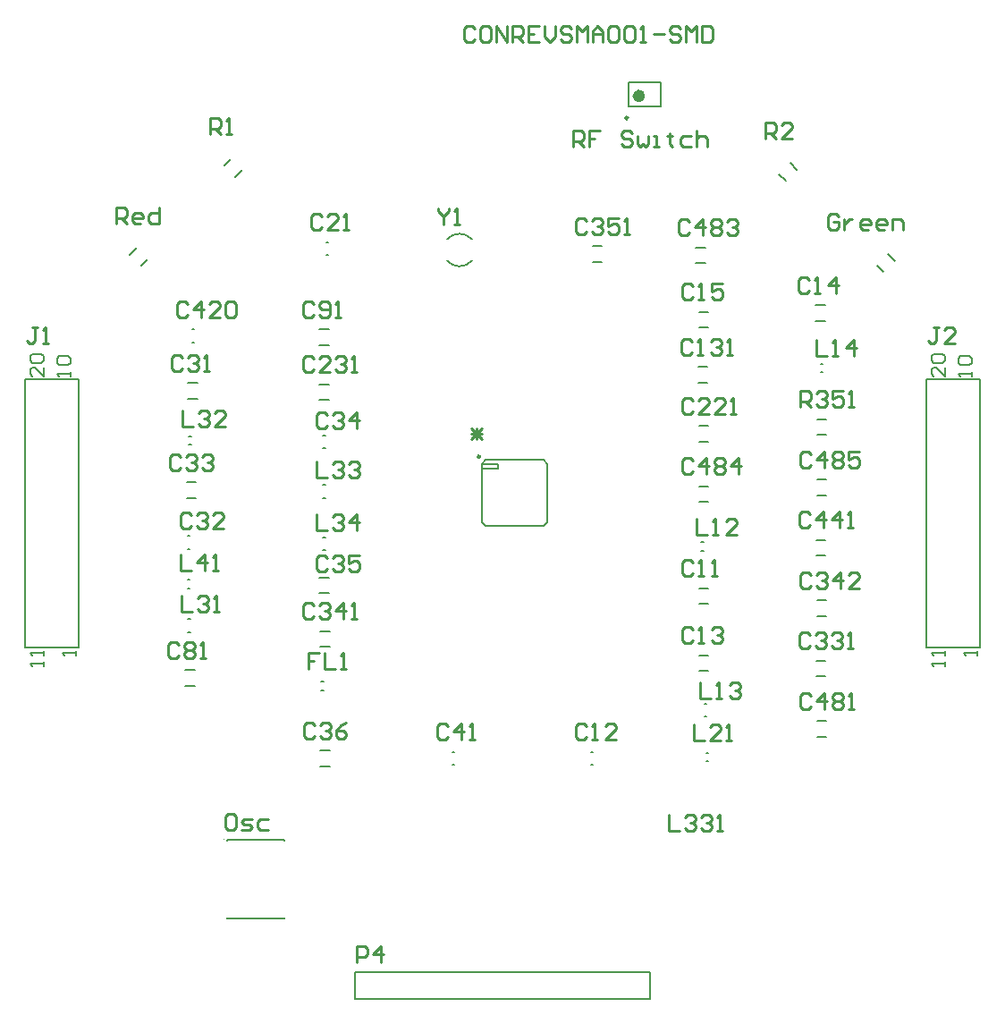
<source format=gto>
G04*
G04 #@! TF.GenerationSoftware,Altium Limited,Altium Designer,18.1.9 (240)*
G04*
G04 Layer_Color=65535*
%FSLAX24Y24*%
%MOIN*%
G70*
G01*
G75*
%ADD10C,0.0098*%
%ADD11C,0.0236*%
%ADD12C,0.0039*%
%ADD13C,0.0079*%
%ADD14C,0.0080*%
%ADD15C,0.0100*%
D10*
X23930Y33674D02*
G03*
X23930Y33674I-49J0D01*
G01*
X18411Y21046D02*
G03*
X18411Y21046I-49J0D01*
G01*
D11*
X24452Y34491D02*
G03*
X24452Y34491I-118J0D01*
G01*
D12*
X8861Y6776D02*
G03*
X8861Y6776I-20J0D01*
G01*
D13*
X18105Y29152D02*
G03*
X17182Y29146I-459J-402D01*
G01*
X17186Y28354D02*
G03*
X18109Y28348I464J396D01*
G01*
X33622Y28596D02*
X33873Y28345D01*
X33204Y28178D02*
X33455Y27927D01*
X29972Y31996D02*
X30223Y31745D01*
X29554Y31578D02*
X29805Y31327D01*
X9295Y31477D02*
X9546Y31728D01*
X8877Y31895D02*
X9128Y32146D01*
X5354Y28572D02*
X5605Y28823D01*
X5772Y28154D02*
X6023Y28405D01*
X26661Y17539D02*
X26739D01*
X26661Y17861D02*
X26739D01*
X12423Y15955D02*
X12777D01*
X12423Y16545D02*
X12777D01*
X12561Y17554D02*
X12639D01*
X12561Y18046D02*
X12639D01*
X12561Y19504D02*
X12639D01*
X12561Y19996D02*
X12639D01*
X12561Y21354D02*
X12639D01*
X12561Y21846D02*
X12639D01*
X12687Y28554D02*
X12765D01*
X12687Y29046D02*
X12765D01*
X22537Y9554D02*
X22615D01*
X22537Y10046D02*
X22615D01*
X26787Y11354D02*
X26865D01*
X26787Y11846D02*
X26865D01*
X26842Y9689D02*
X26920D01*
X26842Y10011D02*
X26920D01*
X31111Y24511D02*
X31189D01*
X31111Y24189D02*
X31189D01*
X12492Y12339D02*
X12570D01*
X12492Y12661D02*
X12570D01*
X7534Y14996D02*
X7613D01*
X7534Y14504D02*
X7613D01*
X17385Y9554D02*
X17463D01*
X17385Y10046D02*
X17463D01*
X7511Y18096D02*
X7589D01*
X7511Y17604D02*
X7589D01*
X7511Y16461D02*
X7589D01*
X7511Y16139D02*
X7589D01*
X7561Y21489D02*
X7639D01*
X7561Y21811D02*
X7639D01*
X23940Y34097D02*
X25160D01*
X23940Y35003D02*
X25160D01*
X23940Y34097D02*
Y35003D01*
X25160Y34097D02*
Y35003D01*
X30973Y22445D02*
X31327D01*
X30973Y21855D02*
X31327D01*
X8998Y3824D02*
X11124D01*
X8998Y6776D02*
X11124D01*
Y3824D02*
Y3867D01*
Y6733D02*
Y6776D01*
X8998Y3824D02*
Y3867D01*
Y6733D02*
Y6776D01*
X30973Y20195D02*
X31327D01*
X30973Y19605D02*
X31327D01*
X26573Y19945D02*
X26927D01*
X26573Y19355D02*
X26927D01*
X26453Y28845D02*
X26807D01*
X26453Y28255D02*
X26807D01*
X30973Y11195D02*
X31327D01*
X30973Y10605D02*
X31327D01*
X30973Y15695D02*
X31327D01*
X30973Y15105D02*
X31327D01*
X12453Y14545D02*
X12807D01*
X12453Y13955D02*
X12807D01*
X26573Y22195D02*
X26927D01*
X26573Y21605D02*
X26927D01*
X7423Y13095D02*
X7777D01*
X7423Y12505D02*
X7777D01*
X12453Y9505D02*
X12807D01*
X12453Y10095D02*
X12807D01*
X7473Y20095D02*
X7827D01*
X7473Y19505D02*
X7827D01*
X7523Y23205D02*
X7877D01*
X7523Y23795D02*
X7877D01*
X26573Y25855D02*
X26927D01*
X26573Y26445D02*
X26927D01*
X30923Y26695D02*
X31277D01*
X30923Y26105D02*
X31277D01*
X26573Y13055D02*
X26927D01*
X26573Y13645D02*
X26927D01*
X26573Y15555D02*
X26927D01*
X26573Y16145D02*
X26927D01*
X18480Y20586D02*
X19070D01*
Y20783D01*
X18480D02*
X19070D01*
X20783Y18480D02*
X20920Y18617D01*
X18480D02*
X18617Y18480D01*
X20783Y20920D02*
X20920Y20783D01*
X18480D02*
X18617Y20920D01*
Y18480D02*
X20783D01*
X18617Y20920D02*
X20783D01*
X20920Y18617D02*
Y20783D01*
X18480Y18617D02*
Y20783D01*
X7685Y25304D02*
X7763D01*
X7685Y25796D02*
X7763D01*
X12426Y25205D02*
X12781D01*
X12426Y25795D02*
X12781D01*
X26543Y23805D02*
X26897D01*
X26543Y24395D02*
X26897D01*
X12426Y23155D02*
X12781D01*
X12426Y23745D02*
X12781D01*
X30943Y12855D02*
X31297D01*
X30943Y13445D02*
X31297D01*
X22603Y28305D02*
X22957D01*
X22603Y28895D02*
X22957D01*
X30943Y17355D02*
X31297D01*
X30943Y17945D02*
X31297D01*
X13750Y850D02*
X24000D01*
X24750D01*
Y1850D01*
X13750D02*
X24750D01*
X13750Y850D02*
Y1850D01*
X35050Y13950D02*
Y23950D01*
Y13950D02*
X37050D01*
Y23950D01*
X35050D02*
X37050D01*
X1450Y13950D02*
Y23950D01*
Y13950D02*
X3450D01*
Y23950D01*
X1450D02*
X3450D01*
D14*
X35750Y24383D02*
Y24050D01*
X35417Y24383D01*
X35333D01*
X35250Y24300D01*
Y24133D01*
X35333Y24050D01*
Y24550D02*
X35250Y24633D01*
Y24800D01*
X35333Y24883D01*
X35667D01*
X35750Y24800D01*
Y24633D01*
X35667Y24550D01*
X35333D01*
X36750Y24050D02*
Y24217D01*
Y24133D01*
X36250D01*
X36333Y24050D01*
Y24467D02*
X36250Y24550D01*
Y24716D01*
X36333Y24800D01*
X36667D01*
X36750Y24716D01*
Y24550D01*
X36667Y24467D01*
X36333D01*
X35750Y13650D02*
Y13817D01*
Y13733D01*
X35250D01*
X35333Y13650D01*
X35750Y13250D02*
Y13417D01*
Y13333D01*
X35250D01*
X35333Y13250D01*
X36950Y13650D02*
Y13817D01*
Y13733D01*
X36450D01*
X36533Y13650D01*
X2150Y24383D02*
Y24050D01*
X1817Y24383D01*
X1733D01*
X1650Y24300D01*
Y24133D01*
X1733Y24050D01*
Y24550D02*
X1650Y24633D01*
Y24800D01*
X1733Y24883D01*
X2067D01*
X2150Y24800D01*
Y24633D01*
X2067Y24550D01*
X1733D01*
X3150Y24050D02*
Y24217D01*
Y24133D01*
X2650D01*
X2733Y24050D01*
Y24467D02*
X2650Y24550D01*
Y24716D01*
X2733Y24800D01*
X3067D01*
X3150Y24716D01*
Y24550D01*
X3067Y24467D01*
X2733D01*
X2150Y13650D02*
Y13817D01*
Y13733D01*
X1650D01*
X1733Y13650D01*
X2150Y13250D02*
Y13417D01*
Y13333D01*
X1650D01*
X1733Y13250D01*
X3350Y13650D02*
Y13817D01*
Y13733D01*
X2850D01*
X2933Y13650D01*
D15*
X4850Y29726D02*
Y30326D01*
X5150D01*
X5250Y30226D01*
Y30026D01*
X5150Y29926D01*
X4850D01*
X5050D02*
X5250Y29726D01*
X5750D02*
X5550D01*
X5450Y29826D01*
Y30026D01*
X5550Y30126D01*
X5750D01*
X5850Y30026D01*
Y29926D01*
X5450D01*
X6449Y30326D02*
Y29726D01*
X6150D01*
X6050Y29826D01*
Y30026D01*
X6150Y30126D01*
X6449D01*
X29050Y32900D02*
Y33500D01*
X29350D01*
X29450Y33400D01*
Y33200D01*
X29350Y33100D01*
X29050D01*
X29250D02*
X29450Y32900D01*
X30050D02*
X29650D01*
X30050Y33300D01*
Y33400D01*
X29950Y33500D01*
X29750D01*
X29650Y33400D01*
X8366Y33053D02*
Y33652D01*
X8666D01*
X8766Y33552D01*
Y33352D01*
X8666Y33252D01*
X8366D01*
X8566D02*
X8766Y33053D01*
X8966D02*
X9166D01*
X9066D01*
Y33652D01*
X8966Y33552D01*
X31800Y30000D02*
X31700Y30100D01*
X31500D01*
X31400Y30000D01*
Y29600D01*
X31500Y29500D01*
X31700D01*
X31800Y29600D01*
Y29800D01*
X31600D01*
X32000Y29900D02*
Y29500D01*
Y29700D01*
X32100Y29800D01*
X32200Y29900D01*
X32300D01*
X32900Y29500D02*
X32700D01*
X32600Y29600D01*
Y29800D01*
X32700Y29900D01*
X32900D01*
X32999Y29800D01*
Y29700D01*
X32600D01*
X33499Y29500D02*
X33299D01*
X33199Y29600D01*
Y29800D01*
X33299Y29900D01*
X33499D01*
X33599Y29800D01*
Y29700D01*
X33199D01*
X33799Y29500D02*
Y29900D01*
X34099D01*
X34199Y29800D01*
Y29500D01*
X16848Y30300D02*
Y30200D01*
X17048Y30000D01*
X17248Y30200D01*
Y30300D01*
X17048Y30000D02*
Y29700D01*
X17447D02*
X17647D01*
X17547D01*
Y30300D01*
X17447Y30200D01*
X21900Y32600D02*
Y33200D01*
X22200D01*
X22300Y33100D01*
Y32900D01*
X22200Y32800D01*
X21900D01*
X22100D02*
X22300Y32600D01*
X22900Y33200D02*
X22500D01*
Y32900D01*
X22700D01*
X22500D01*
Y32600D01*
X24099Y33100D02*
X23999Y33200D01*
X23799D01*
X23699Y33100D01*
Y33000D01*
X23799Y32900D01*
X23999D01*
X24099Y32800D01*
Y32700D01*
X23999Y32600D01*
X23799D01*
X23699Y32700D01*
X24299Y33000D02*
Y32700D01*
X24399Y32600D01*
X24499Y32700D01*
X24599Y32600D01*
X24699Y32700D01*
Y33000D01*
X24899Y32600D02*
X25099D01*
X24999D01*
Y33000D01*
X24899D01*
X25499Y33100D02*
Y33000D01*
X25399D01*
X25599D01*
X25499D01*
Y32700D01*
X25599Y32600D01*
X26299Y33000D02*
X25999D01*
X25899Y32900D01*
Y32700D01*
X25999Y32600D01*
X26299D01*
X26499Y33200D02*
Y32600D01*
Y32900D01*
X26598Y33000D01*
X26798D01*
X26898Y32900D01*
Y32600D01*
X30350Y22890D02*
Y23490D01*
X30650D01*
X30750Y23390D01*
Y23190D01*
X30650Y23090D01*
X30350D01*
X30550D02*
X30750Y22890D01*
X30950Y23390D02*
X31050Y23490D01*
X31250D01*
X31350Y23390D01*
Y23290D01*
X31250Y23190D01*
X31150D01*
X31250D01*
X31350Y23090D01*
Y22990D01*
X31250Y22890D01*
X31050D01*
X30950Y22990D01*
X31949Y23490D02*
X31550D01*
Y23190D01*
X31750Y23290D01*
X31850D01*
X31949Y23190D01*
Y22990D01*
X31850Y22890D01*
X31650D01*
X31550Y22990D01*
X32149Y22890D02*
X32349D01*
X32249D01*
Y23490D01*
X32149Y23390D01*
X13810Y2190D02*
Y2790D01*
X14110D01*
X14210Y2690D01*
Y2490D01*
X14110Y2390D01*
X13810D01*
X14710Y2190D02*
Y2790D01*
X14410Y2490D01*
X14810D01*
X9206Y7725D02*
X9006D01*
X8906Y7625D01*
Y7225D01*
X9006Y7125D01*
X9206D01*
X9306Y7225D01*
Y7625D01*
X9206Y7725D01*
X9506Y7125D02*
X9806D01*
X9906Y7225D01*
X9806Y7325D01*
X9606D01*
X9506Y7425D01*
X9606Y7525D01*
X9906D01*
X10506D02*
X10206D01*
X10106Y7425D01*
Y7225D01*
X10206Y7125D01*
X10506D01*
X25450Y7700D02*
Y7100D01*
X25850D01*
X26050Y7600D02*
X26150Y7700D01*
X26350D01*
X26450Y7600D01*
Y7500D01*
X26350Y7400D01*
X26250D01*
X26350D01*
X26450Y7300D01*
Y7200D01*
X26350Y7100D01*
X26150D01*
X26050Y7200D01*
X26650Y7600D02*
X26750Y7700D01*
X26950D01*
X27049Y7600D01*
Y7500D01*
X26950Y7400D01*
X26850D01*
X26950D01*
X27049Y7300D01*
Y7200D01*
X26950Y7100D01*
X26750D01*
X26650Y7200D01*
X27249Y7100D02*
X27449D01*
X27349D01*
Y7700D01*
X27249Y7600D01*
X7267Y17410D02*
Y16810D01*
X7667D01*
X8166D02*
Y17410D01*
X7867Y17110D01*
X8266D01*
X8466Y16810D02*
X8666D01*
X8566D01*
Y17410D01*
X8466Y17310D01*
X12313Y18910D02*
Y18310D01*
X12713D01*
X12913Y18810D02*
X13013Y18910D01*
X13213D01*
X13313Y18810D01*
Y18710D01*
X13213Y18610D01*
X13113D01*
X13213D01*
X13313Y18510D01*
Y18410D01*
X13213Y18310D01*
X13013D01*
X12913Y18410D01*
X13813Y18310D02*
Y18910D01*
X13513Y18610D01*
X13913D01*
X12320Y20860D02*
Y20260D01*
X12720D01*
X12920Y20760D02*
X13020Y20860D01*
X13220D01*
X13320Y20760D01*
Y20660D01*
X13220Y20560D01*
X13120D01*
X13220D01*
X13320Y20460D01*
Y20360D01*
X13220Y20260D01*
X13020D01*
X12920Y20360D01*
X13520Y20760D02*
X13620Y20860D01*
X13820D01*
X13919Y20760D01*
Y20660D01*
X13820Y20560D01*
X13720D01*
X13820D01*
X13919Y20460D01*
Y20360D01*
X13820Y20260D01*
X13620D01*
X13520Y20360D01*
X7317Y22760D02*
Y22160D01*
X7717D01*
X7917Y22660D02*
X8017Y22760D01*
X8216D01*
X8316Y22660D01*
Y22560D01*
X8216Y22460D01*
X8117D01*
X8216D01*
X8316Y22360D01*
Y22260D01*
X8216Y22160D01*
X8017D01*
X7917Y22260D01*
X8916Y22160D02*
X8516D01*
X8916Y22560D01*
Y22660D01*
X8816Y22760D01*
X8616D01*
X8516Y22660D01*
X7290Y15860D02*
Y15260D01*
X7690D01*
X7890Y15760D02*
X7990Y15860D01*
X8190D01*
X8290Y15760D01*
Y15660D01*
X8190Y15560D01*
X8090D01*
X8190D01*
X8290Y15460D01*
Y15360D01*
X8190Y15260D01*
X7990D01*
X7890Y15360D01*
X8490Y15260D02*
X8690D01*
X8590D01*
Y15860D01*
X8490Y15760D01*
X26380Y11070D02*
Y10470D01*
X26780D01*
X27380D02*
X26980D01*
X27380Y10870D01*
Y10970D01*
X27280Y11070D01*
X27080D01*
X26980Y10970D01*
X27580Y10470D02*
X27780D01*
X27680D01*
Y11070D01*
X27580Y10970D01*
X30942Y25400D02*
Y24800D01*
X31342D01*
X31542D02*
X31742D01*
X31642D01*
Y25400D01*
X31542Y25300D01*
X32341Y24800D02*
Y25400D01*
X32042Y25100D01*
X32441D01*
X26618Y12650D02*
Y12050D01*
X27018D01*
X27218D02*
X27418D01*
X27318D01*
Y12650D01*
X27218Y12550D01*
X27718D02*
X27817Y12650D01*
X28017D01*
X28117Y12550D01*
Y12450D01*
X28017Y12350D01*
X27917D01*
X28017D01*
X28117Y12250D01*
Y12150D01*
X28017Y12050D01*
X27817D01*
X27718Y12150D01*
X26490Y18750D02*
Y18150D01*
X26890D01*
X27090D02*
X27290D01*
X27190D01*
Y18750D01*
X27090Y18650D01*
X27990Y18150D02*
X27590D01*
X27990Y18550D01*
Y18650D01*
X27890Y18750D01*
X27690D01*
X27590Y18650D01*
X35515Y25865D02*
X35315D01*
X35415D01*
Y25365D01*
X35315Y25265D01*
X35215D01*
X35115Y25365D01*
X36115Y25265D02*
X35715D01*
X36115Y25665D01*
Y25765D01*
X36015Y25865D01*
X35815D01*
X35715Y25765D01*
X1915Y25865D02*
X1715D01*
X1815D01*
Y25365D01*
X1715Y25265D01*
X1615D01*
X1515Y25365D01*
X2115Y25265D02*
X2315D01*
X2215D01*
Y25865D01*
X2115Y25765D01*
X12432Y13720D02*
X12032D01*
Y13420D01*
X12232D01*
X12032D01*
Y13120D01*
X12632Y13720D02*
Y13120D01*
X13032D01*
X13232D02*
X13432D01*
X13332D01*
Y13720D01*
X13232Y13620D01*
X18203Y37015D02*
X18103Y37115D01*
X17903D01*
X17803Y37015D01*
Y36615D01*
X17903Y36515D01*
X18103D01*
X18203Y36615D01*
X18703Y37115D02*
X18503D01*
X18403Y37015D01*
Y36615D01*
X18503Y36515D01*
X18703D01*
X18803Y36615D01*
Y37015D01*
X18703Y37115D01*
X19003Y36515D02*
Y37115D01*
X19403Y36515D01*
Y37115D01*
X19603Y36515D02*
Y37115D01*
X19902D01*
X20002Y37015D01*
Y36815D01*
X19902Y36715D01*
X19603D01*
X19802D02*
X20002Y36515D01*
X20602Y37115D02*
X20202D01*
Y36515D01*
X20602D01*
X20202Y36815D02*
X20402D01*
X20802Y37115D02*
Y36715D01*
X21002Y36515D01*
X21202Y36715D01*
Y37115D01*
X21802Y37015D02*
X21702Y37115D01*
X21502D01*
X21402Y37015D01*
Y36915D01*
X21502Y36815D01*
X21702D01*
X21802Y36715D01*
Y36615D01*
X21702Y36515D01*
X21502D01*
X21402Y36615D01*
X22002Y36515D02*
Y37115D01*
X22202Y36915D01*
X22402Y37115D01*
Y36515D01*
X22602D02*
Y36915D01*
X22801Y37115D01*
X23001Y36915D01*
Y36515D01*
Y36815D01*
X22602D01*
X23201Y37015D02*
X23301Y37115D01*
X23501D01*
X23601Y37015D01*
Y36615D01*
X23501Y36515D01*
X23301D01*
X23201Y36615D01*
Y37015D01*
X23801D02*
X23901Y37115D01*
X24101D01*
X24201Y37015D01*
Y36615D01*
X24101Y36515D01*
X23901D01*
X23801Y36615D01*
Y37015D01*
X24401Y36515D02*
X24601D01*
X24501D01*
Y37115D01*
X24401Y37015D01*
X24901Y36815D02*
X25301D01*
X25900Y37015D02*
X25801Y37115D01*
X25601D01*
X25501Y37015D01*
Y36915D01*
X25601Y36815D01*
X25801D01*
X25900Y36715D01*
Y36615D01*
X25801Y36515D01*
X25601D01*
X25501Y36615D01*
X26100Y36515D02*
Y37115D01*
X26300Y36915D01*
X26500Y37115D01*
Y36515D01*
X26700Y37115D02*
Y36515D01*
X27000D01*
X27100Y36615D01*
Y37015D01*
X27000Y37115D01*
X26700D01*
X30750Y21140D02*
X30650Y21240D01*
X30450D01*
X30350Y21140D01*
Y20740D01*
X30450Y20640D01*
X30650D01*
X30750Y20740D01*
X31250Y20640D02*
Y21240D01*
X30950Y20940D01*
X31350D01*
X31550Y21140D02*
X31649Y21240D01*
X31849D01*
X31949Y21140D01*
Y21040D01*
X31849Y20940D01*
X31949Y20840D01*
Y20740D01*
X31849Y20640D01*
X31649D01*
X31550Y20740D01*
Y20840D01*
X31649Y20940D01*
X31550Y21040D01*
Y21140D01*
X31649Y20940D02*
X31849D01*
X32549Y21240D02*
X32149D01*
Y20940D01*
X32349Y21040D01*
X32449D01*
X32549Y20940D01*
Y20740D01*
X32449Y20640D01*
X32249D01*
X32149Y20740D01*
X26350Y20890D02*
X26250Y20990D01*
X26050D01*
X25950Y20890D01*
Y20490D01*
X26050Y20390D01*
X26250D01*
X26350Y20490D01*
X26850Y20390D02*
Y20990D01*
X26550Y20690D01*
X26950D01*
X27150Y20890D02*
X27250Y20990D01*
X27449D01*
X27549Y20890D01*
Y20790D01*
X27449Y20690D01*
X27549Y20590D01*
Y20490D01*
X27449Y20390D01*
X27250D01*
X27150Y20490D01*
Y20590D01*
X27250Y20690D01*
X27150Y20790D01*
Y20890D01*
X27250Y20690D02*
X27449D01*
X28049Y20390D02*
Y20990D01*
X27749Y20690D01*
X28149D01*
X26230Y29790D02*
X26130Y29890D01*
X25930D01*
X25830Y29790D01*
Y29390D01*
X25930Y29290D01*
X26130D01*
X26230Y29390D01*
X26730Y29290D02*
Y29890D01*
X26430Y29590D01*
X26830D01*
X27030Y29790D02*
X27129Y29890D01*
X27329D01*
X27429Y29790D01*
Y29690D01*
X27329Y29590D01*
X27429Y29490D01*
Y29390D01*
X27329Y29290D01*
X27129D01*
X27030Y29390D01*
Y29490D01*
X27129Y29590D01*
X27030Y29690D01*
Y29790D01*
X27129Y29590D02*
X27329D01*
X27629Y29790D02*
X27729Y29890D01*
X27929D01*
X28029Y29790D01*
Y29690D01*
X27929Y29590D01*
X27829D01*
X27929D01*
X28029Y29490D01*
Y29390D01*
X27929Y29290D01*
X27729D01*
X27629Y29390D01*
X30750Y12140D02*
X30650Y12240D01*
X30450D01*
X30350Y12140D01*
Y11740D01*
X30450Y11640D01*
X30650D01*
X30750Y11740D01*
X31250Y11640D02*
Y12240D01*
X30950Y11940D01*
X31350D01*
X31550Y12140D02*
X31650Y12240D01*
X31850D01*
X31949Y12140D01*
Y12040D01*
X31850Y11940D01*
X31949Y11840D01*
Y11740D01*
X31850Y11640D01*
X31650D01*
X31550Y11740D01*
Y11840D01*
X31650Y11940D01*
X31550Y12040D01*
Y12140D01*
X31650Y11940D02*
X31850D01*
X32149Y11640D02*
X32349D01*
X32249D01*
Y12240D01*
X32149Y12140D01*
X30724Y18890D02*
X30624Y18990D01*
X30424D01*
X30324Y18890D01*
Y18490D01*
X30424Y18390D01*
X30624D01*
X30724Y18490D01*
X31223Y18390D02*
Y18990D01*
X30924Y18690D01*
X31323D01*
X31823Y18390D02*
Y18990D01*
X31523Y18690D01*
X31923D01*
X32123Y18390D02*
X32323D01*
X32223D01*
Y18990D01*
X32123Y18890D01*
X7528Y26750D02*
X7428Y26850D01*
X7228D01*
X7128Y26750D01*
Y26350D01*
X7228Y26250D01*
X7428D01*
X7528Y26350D01*
X8028Y26250D02*
Y26850D01*
X7728Y26550D01*
X8128D01*
X8728Y26250D02*
X8328D01*
X8728Y26650D01*
Y26750D01*
X8628Y26850D01*
X8428D01*
X8328Y26750D01*
X8927D02*
X9027Y26850D01*
X9227D01*
X9327Y26750D01*
Y26350D01*
X9227Y26250D01*
X9027D01*
X8927Y26350D01*
Y26750D01*
X22380Y29840D02*
X22280Y29940D01*
X22080D01*
X21980Y29840D01*
Y29440D01*
X22080Y29340D01*
X22280D01*
X22380Y29440D01*
X22580Y29840D02*
X22680Y29940D01*
X22880D01*
X22980Y29840D01*
Y29740D01*
X22880Y29640D01*
X22780D01*
X22880D01*
X22980Y29540D01*
Y29440D01*
X22880Y29340D01*
X22680D01*
X22580Y29440D01*
X23579Y29940D02*
X23180D01*
Y29640D01*
X23379Y29740D01*
X23479D01*
X23579Y29640D01*
Y29440D01*
X23479Y29340D01*
X23280D01*
X23180Y29440D01*
X23779Y29340D02*
X23979D01*
X23879D01*
Y29940D01*
X23779Y29840D01*
X30750Y16640D02*
X30650Y16740D01*
X30450D01*
X30350Y16640D01*
Y16240D01*
X30450Y16140D01*
X30650D01*
X30750Y16240D01*
X30950Y16640D02*
X31050Y16740D01*
X31250D01*
X31350Y16640D01*
Y16540D01*
X31250Y16440D01*
X31150D01*
X31250D01*
X31350Y16340D01*
Y16240D01*
X31250Y16140D01*
X31050D01*
X30950Y16240D01*
X31849Y16140D02*
Y16740D01*
X31550Y16440D01*
X31949D01*
X32549Y16140D02*
X32149D01*
X32549Y16540D01*
Y16640D01*
X32449Y16740D01*
X32249D01*
X32149Y16640D01*
X12230Y15490D02*
X12130Y15590D01*
X11930D01*
X11830Y15490D01*
Y15090D01*
X11930Y14990D01*
X12130D01*
X12230Y15090D01*
X12430Y15490D02*
X12530Y15590D01*
X12730D01*
X12830Y15490D01*
Y15390D01*
X12730Y15290D01*
X12630D01*
X12730D01*
X12830Y15190D01*
Y15090D01*
X12730Y14990D01*
X12530D01*
X12430Y15090D01*
X13330Y14990D02*
Y15590D01*
X13030Y15290D01*
X13429D01*
X13629Y14990D02*
X13829D01*
X13729D01*
Y15590D01*
X13629Y15490D01*
X30720Y14390D02*
X30620Y14490D01*
X30420D01*
X30320Y14390D01*
Y13990D01*
X30420Y13890D01*
X30620D01*
X30720Y13990D01*
X30920Y14390D02*
X31020Y14490D01*
X31220D01*
X31320Y14390D01*
Y14290D01*
X31220Y14190D01*
X31120D01*
X31220D01*
X31320Y14090D01*
Y13990D01*
X31220Y13890D01*
X31020D01*
X30920Y13990D01*
X31520Y14390D02*
X31620Y14490D01*
X31820D01*
X31919Y14390D01*
Y14290D01*
X31820Y14190D01*
X31720D01*
X31820D01*
X31919Y14090D01*
Y13990D01*
X31820Y13890D01*
X31620D01*
X31520Y13990D01*
X32119Y13890D02*
X32319D01*
X32219D01*
Y14490D01*
X32119Y14390D01*
X12203Y24690D02*
X12103Y24790D01*
X11904D01*
X11804Y24690D01*
Y24290D01*
X11904Y24190D01*
X12103D01*
X12203Y24290D01*
X12803Y24190D02*
X12403D01*
X12803Y24590D01*
Y24690D01*
X12703Y24790D01*
X12503D01*
X12403Y24690D01*
X13003D02*
X13103Y24790D01*
X13303D01*
X13403Y24690D01*
Y24590D01*
X13303Y24490D01*
X13203D01*
X13303D01*
X13403Y24390D01*
Y24290D01*
X13303Y24190D01*
X13103D01*
X13003Y24290D01*
X13603Y24190D02*
X13803D01*
X13703D01*
Y24790D01*
X13603Y24690D01*
X26350Y23140D02*
X26250Y23240D01*
X26050D01*
X25950Y23140D01*
Y22740D01*
X26050Y22640D01*
X26250D01*
X26350Y22740D01*
X26950Y22640D02*
X26550D01*
X26950Y23040D01*
Y23140D01*
X26850Y23240D01*
X26650D01*
X26550Y23140D01*
X27549Y22640D02*
X27150D01*
X27549Y23040D01*
Y23140D01*
X27450Y23240D01*
X27250D01*
X27150Y23140D01*
X27749Y22640D02*
X27949D01*
X27849D01*
Y23240D01*
X27749Y23140D01*
X26320Y25340D02*
X26220Y25440D01*
X26020D01*
X25920Y25340D01*
Y24940D01*
X26020Y24840D01*
X26220D01*
X26320Y24940D01*
X26520Y24840D02*
X26720D01*
X26620D01*
Y25440D01*
X26520Y25340D01*
X27020D02*
X27120Y25440D01*
X27320D01*
X27420Y25340D01*
Y25240D01*
X27320Y25140D01*
X27220D01*
X27320D01*
X27420Y25040D01*
Y24940D01*
X27320Y24840D01*
X27120D01*
X27020Y24940D01*
X27620Y24840D02*
X27819D01*
X27720D01*
Y25440D01*
X27620Y25340D01*
X12203Y26740D02*
X12103Y26840D01*
X11904D01*
X11804Y26740D01*
Y26340D01*
X11904Y26240D01*
X12103D01*
X12203Y26340D01*
X12403D02*
X12503Y26240D01*
X12703D01*
X12803Y26340D01*
Y26740D01*
X12703Y26840D01*
X12503D01*
X12403Y26740D01*
Y26640D01*
X12503Y26540D01*
X12803D01*
X13003Y26240D02*
X13203D01*
X13103D01*
Y26840D01*
X13003Y26740D01*
X7200Y14040D02*
X7100Y14140D01*
X6900D01*
X6800Y14040D01*
Y13640D01*
X6900Y13540D01*
X7100D01*
X7200Y13640D01*
X7400Y14040D02*
X7500Y14140D01*
X7700D01*
X7800Y14040D01*
Y13940D01*
X7700Y13840D01*
X7800Y13740D01*
Y13640D01*
X7700Y13540D01*
X7500D01*
X7400Y13640D01*
Y13740D01*
X7500Y13840D01*
X7400Y13940D01*
Y14040D01*
X7500Y13840D02*
X7700D01*
X8000Y13540D02*
X8199D01*
X8099D01*
Y14140D01*
X8000Y14040D01*
X17230Y11000D02*
X17130Y11100D01*
X16930D01*
X16830Y11000D01*
Y10600D01*
X16930Y10500D01*
X17130D01*
X17230Y10600D01*
X17730Y10500D02*
Y11100D01*
X17430Y10800D01*
X17830D01*
X18030Y10500D02*
X18230D01*
X18130D01*
Y11100D01*
X18030Y11000D01*
X12235Y11045D02*
X12135Y11145D01*
X11935D01*
X11835Y11045D01*
Y10645D01*
X11935Y10545D01*
X12135D01*
X12235Y10645D01*
X12435Y11045D02*
X12535Y11145D01*
X12735D01*
X12835Y11045D01*
Y10945D01*
X12735Y10845D01*
X12635D01*
X12735D01*
X12835Y10745D01*
Y10645D01*
X12735Y10545D01*
X12535D01*
X12435Y10645D01*
X13434Y11145D02*
X13234Y11045D01*
X13035Y10845D01*
Y10645D01*
X13135Y10545D01*
X13334D01*
X13434Y10645D01*
Y10745D01*
X13334Y10845D01*
X13035D01*
X12720Y17260D02*
X12620Y17360D01*
X12420D01*
X12320Y17260D01*
Y16860D01*
X12420Y16760D01*
X12620D01*
X12720Y16860D01*
X12920Y17260D02*
X13020Y17360D01*
X13220D01*
X13320Y17260D01*
Y17160D01*
X13220Y17060D01*
X13120D01*
X13220D01*
X13320Y16960D01*
Y16860D01*
X13220Y16760D01*
X13020D01*
X12920Y16860D01*
X13919Y17360D02*
X13520D01*
Y17060D01*
X13720Y17160D01*
X13820D01*
X13919Y17060D01*
Y16860D01*
X13820Y16760D01*
X13620D01*
X13520Y16860D01*
X12713Y22610D02*
X12613Y22710D01*
X12413D01*
X12313Y22610D01*
Y22210D01*
X12413Y22110D01*
X12613D01*
X12713Y22210D01*
X12913Y22610D02*
X13013Y22710D01*
X13213D01*
X13313Y22610D01*
Y22510D01*
X13213Y22410D01*
X13113D01*
X13213D01*
X13313Y22310D01*
Y22210D01*
X13213Y22110D01*
X13013D01*
X12913Y22210D01*
X13813Y22110D02*
Y22710D01*
X13513Y22410D01*
X13913D01*
X7250Y21040D02*
X7150Y21140D01*
X6950D01*
X6850Y21040D01*
Y20640D01*
X6950Y20540D01*
X7150D01*
X7250Y20640D01*
X7450Y21040D02*
X7550Y21140D01*
X7750D01*
X7850Y21040D01*
Y20940D01*
X7750Y20840D01*
X7650D01*
X7750D01*
X7850Y20740D01*
Y20640D01*
X7750Y20540D01*
X7550D01*
X7450Y20640D01*
X8050Y21040D02*
X8149Y21140D01*
X8349D01*
X8449Y21040D01*
Y20940D01*
X8349Y20840D01*
X8249D01*
X8349D01*
X8449Y20740D01*
Y20640D01*
X8349Y20540D01*
X8149D01*
X8050Y20640D01*
X7667Y18860D02*
X7567Y18960D01*
X7367D01*
X7267Y18860D01*
Y18460D01*
X7367Y18360D01*
X7567D01*
X7667Y18460D01*
X7867Y18860D02*
X7967Y18960D01*
X8166D01*
X8266Y18860D01*
Y18760D01*
X8166Y18660D01*
X8067D01*
X8166D01*
X8266Y18560D01*
Y18460D01*
X8166Y18360D01*
X7967D01*
X7867Y18460D01*
X8866Y18360D02*
X8466D01*
X8866Y18760D01*
Y18860D01*
X8766Y18960D01*
X8566D01*
X8466Y18860D01*
X7305Y24745D02*
X7205Y24845D01*
X7005D01*
X6905Y24745D01*
Y24345D01*
X7005Y24245D01*
X7205D01*
X7305Y24345D01*
X7505Y24745D02*
X7605Y24845D01*
X7805D01*
X7905Y24745D01*
Y24645D01*
X7805Y24545D01*
X7705D01*
X7805D01*
X7905Y24445D01*
Y24345D01*
X7805Y24245D01*
X7605D01*
X7505Y24345D01*
X8105Y24245D02*
X8305D01*
X8205D01*
Y24845D01*
X8105Y24745D01*
X12530Y30000D02*
X12430Y30100D01*
X12230D01*
X12130Y30000D01*
Y29600D01*
X12230Y29500D01*
X12430D01*
X12530Y29600D01*
X13130Y29500D02*
X12730D01*
X13130Y29900D01*
Y30000D01*
X13030Y30100D01*
X12830D01*
X12730Y30000D01*
X13330Y29500D02*
X13530D01*
X13430D01*
Y30100D01*
X13330Y30000D01*
X26355Y27395D02*
X26255Y27495D01*
X26055D01*
X25955Y27395D01*
Y26995D01*
X26055Y26895D01*
X26255D01*
X26355Y26995D01*
X26555Y26895D02*
X26755D01*
X26655D01*
Y27495D01*
X26555Y27395D01*
X27455Y27495D02*
X27055D01*
Y27195D01*
X27255Y27295D01*
X27355D01*
X27455Y27195D01*
Y26995D01*
X27355Y26895D01*
X27155D01*
X27055Y26995D01*
X30700Y27640D02*
X30600Y27740D01*
X30400D01*
X30300Y27640D01*
Y27240D01*
X30400Y27140D01*
X30600D01*
X30700Y27240D01*
X30900Y27140D02*
X31100D01*
X31000D01*
Y27740D01*
X30900Y27640D01*
X31700Y27140D02*
Y27740D01*
X31400Y27440D01*
X31800D01*
X26355Y14595D02*
X26255Y14695D01*
X26055D01*
X25955Y14595D01*
Y14195D01*
X26055Y14095D01*
X26255D01*
X26355Y14195D01*
X26555Y14095D02*
X26755D01*
X26655D01*
Y14695D01*
X26555Y14595D01*
X27055D02*
X27155Y14695D01*
X27355D01*
X27455Y14595D01*
Y14495D01*
X27355Y14395D01*
X27255D01*
X27355D01*
X27455Y14295D01*
Y14195D01*
X27355Y14095D01*
X27155D01*
X27055Y14195D01*
X22382Y11000D02*
X22282Y11100D01*
X22082D01*
X21982Y11000D01*
Y10600D01*
X22082Y10500D01*
X22282D01*
X22382Y10600D01*
X22582Y10500D02*
X22782D01*
X22682D01*
Y11100D01*
X22582Y11000D01*
X23481Y10500D02*
X23082D01*
X23481Y10900D01*
Y11000D01*
X23382Y11100D01*
X23182D01*
X23082Y11000D01*
X26355Y17095D02*
X26255Y17195D01*
X26055D01*
X25955Y17095D01*
Y16695D01*
X26055Y16595D01*
X26255D01*
X26355Y16695D01*
X26555Y16595D02*
X26755D01*
X26655D01*
Y17195D01*
X26555Y17095D01*
X27055Y16595D02*
X27255D01*
X27155D01*
Y17195D01*
X27055Y17095D01*
X18079Y22118D02*
X18478Y21718D01*
X18079D02*
X18478Y22118D01*
X18079Y21918D02*
X18478D01*
X18279Y21718D02*
Y22118D01*
M02*

</source>
